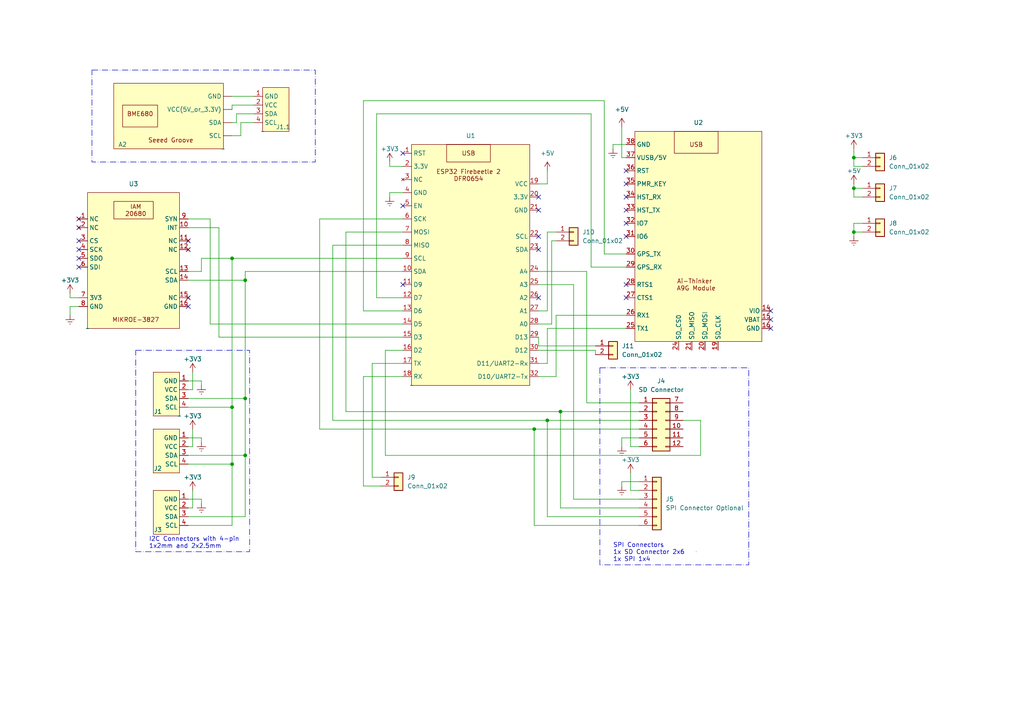
<source format=kicad_sch>
(kicad_sch (version 20230121) (generator eeschema)
  (paper "A4")
  (title_block (title "Schematic of the Data Logger") (date "2024-05-02") (rev "2") (company "Universidade de Aveiro") (comment 1 "Jorge Ribeiro"))
  (lib_symbols
    (symbol "Connector_Generic:Conn_01x02" (pin_names (offset 1.016) hide)
      (property "Reference" "J" (at 0 2.54 0))
      (property "Value" "Conn_01x02" (at 0 -5.08 0))
      (symbol "Conn_01x02_1_1"
        (rectangle (start -1.27 -2.413) (end 0 -2.667) (stroke (width 0.1524)))
        (rectangle (start -1.27 0.127) (end 0 -0.127) (stroke (width 0.1524)))
        (rectangle (start -1.27 1.27) (end 1.27 -3.81) (stroke (width 0.254)) (fill (type background)))
        (pin passive line (at -5.08 0 0) (length 3.81) (name "Pin_1") (number "1"))
        (pin passive line (at -5.08 -2.54 0) (length 3.81) (name "Pin_2") (number "2"))
      )
    )
    (symbol "Connector_Generic:Conn_01x06" (pin_names (offset 1.016) hide)
      (property "Reference" "J" (at 0 7.62 0))
      (property "Value" "Conn_01x06" (at 0 -10.16 0))
      (symbol "Conn_01x06_1_1"
        (rectangle (start -1.27 -7.493) (end 0 -7.747) (stroke (width 0.1524)))
        (rectangle (start -1.27 -4.953) (end 0 -5.207) (stroke (width 0.1524)))
        (rectangle (start -1.27 -2.413) (end 0 -2.667) (stroke (width 0.1524)))
        (rectangle (start -1.27 0.127) (end 0 -0.127) (stroke (width 0.1524)))
        (rectangle (start -1.27 2.667) (end 0 2.413) (stroke (width 0.1524)))
        (rectangle (start -1.27 5.207) (end 0 4.953) (stroke (width 0.1524)))
        (rectangle (start -1.27 6.35) (end 1.27 -8.89) (stroke (width 0.254)) (fill (type background)))
        (pin passive line (at -5.08 5.08 0) (length 3.81) (name "Pin_1") (number "1"))
        (pin passive line (at -5.08 2.54 0) (length 3.81) (name "Pin_2") (number "2"))
        (pin passive line (at -5.08 0 0) (length 3.81) (name "Pin_3") (number "3"))
        (pin passive line (at -5.08 -2.54 0) (length 3.81) (name "Pin_4") (number "4"))
        (pin passive line (at -5.08 -5.08 0) (length 3.81) (name "Pin_5") (number "5"))
        (pin passive line (at -5.08 -7.62 0) (length 3.81) (name "Pin_6") (number "6"))
      )
    )
    (symbol "Connector_Generic:Conn_02x06_Top_Bottom" (pin_names (offset 1.016) hide)
      (property "Reference" "J" (at 1.27 7.62 0))
      (property "Value" "Conn_02x06_Top_Bottom" (at 1.27 -10.16 0))
      (symbol "Conn_02x06_Top_Bottom_1_1"
        (rectangle (start -1.27 -7.493) (end 0 -7.747) (stroke (width 0.1524)))
        (rectangle (start -1.27 -4.953) (end 0 -5.207) (stroke (width 0.1524)))
        (rectangle (start -1.27 -2.413) (end 0 -2.667) (stroke (width 0.1524)))
        (rectangle (start -1.27 0.127) (end 0 -0.127) (stroke (width 0.1524)))
        (rectangle (start -1.27 2.667) (end 0 2.413) (stroke (width 0.1524)))
        (rectangle (start -1.27 5.207) (end 0 4.953) (stroke (width 0.1524)))
        (rectangle (start -1.27 6.35) (end 3.81 -8.89) (stroke (width 0.254)) (fill (type background)))
        (rectangle (start 3.81 -7.493) (end 2.54 -7.747) (stroke (width 0.1524)))
        (rectangle (start 3.81 -4.953) (end 2.54 -5.207) (stroke (width 0.1524)))
        (rectangle (start 3.81 -2.413) (end 2.54 -2.667) (stroke (width 0.1524)))
        (rectangle (start 3.81 0.127) (end 2.54 -0.127) (stroke (width 0.1524)))
        (rectangle (start 3.81 2.667) (end 2.54 2.413) (stroke (width 0.1524)))
        (rectangle (start 3.81 5.207) (end 2.54 4.953) (stroke (width 0.1524)))
        (pin passive line (at -5.08 5.08 0) (length 3.81) (name "Pin_1") (number "1"))
        (pin passive line (at 7.62 -2.54 180) (length 3.81) (name "Pin_10") (number "10"))
        (pin passive line (at 7.62 -5.08 180) (length 3.81) (name "Pin_11") (number "11"))
        (pin passive line (at 7.62 -7.62 180) (length 3.81) (name "Pin_12") (number "12"))
        (pin passive line (at -5.08 2.54 0) (length 3.81) (name "Pin_2") (number "2"))
        (pin passive line (at -5.08 0 0) (length 3.81) (name "Pin_3") (number "3"))
        (pin passive line (at -5.08 -2.54 0) (length 3.81) (name "Pin_4") (number "4"))
        (pin passive line (at -5.08 -5.08 0) (length 3.81) (name "Pin_5") (number "5"))
        (pin passive line (at -5.08 -7.62 0) (length 3.81) (name "Pin_6") (number "6"))
        (pin passive line (at 7.62 5.08 180) (length 3.81) (name "Pin_7") (number "7"))
        (pin passive line (at 7.62 2.54 180) (length 3.81) (name "Pin_8") (number "8"))
        (pin passive line (at 7.62 0 180) (length 3.81) (name "Pin_9") (number "9"))
      )
    )
    (symbol "Library_Jorge_Symbols:6DOF_IMU9Click"
      (property "Reference" "U" (at -2.54 1.27 0))
      (symbol "6DOF_IMU9Click_1_1"
        (rectangle (start 0 39.37) (end 26.67 0) (fill (type background)))
        (rectangle (start 7.62 36.83) (end 19.05 31.75))
        (text "IAM\n20680\n" (at 13.97 34.29 0) (effects (font (size 1.27 1.27))))
        (text "MIKROE-3827" (at 13.97 2.54 0) (effects (font (size 1.27 1.27))))
        (pin no_connect line (at -2.54 31.75 0) (length 2.54) (name "NC") (number "1"))
        (pin bidirectional line (at 29.21 29.21 180) (length 2.54) (name "INT") (number "10"))
        (pin no_connect line (at 29.21 25.4 180) (length 2.54) (name "NC") (number "11"))
        (pin no_connect line (at 29.21 22.86 180) (length 2.54) (name "NC") (number "12"))
        (pin bidirectional line (at 29.21 16.51 180) (length 2.54) (name "SCL") (number "13"))
        (pin bidirectional line (at 29.21 13.97 180) (length 2.54) (name "SDA") (number "14"))
        (pin no_connect line (at 29.21 8.89 180) (length 2.54) (name "NC") (number "15"))
        (pin power_out line (at 29.21 6.35 180) (length 2.54) (name "GND") (number "16"))
        (pin no_connect line (at -2.54 29.21 0) (length 2.54) (name "NC") (number "2"))
        (pin bidirectional line (at -2.54 25.4 0) (length 2.54) (name "CS") (number "3"))
        (pin bidirectional line (at -2.54 22.86 0) (length 2.54) (name "SCK") (number "4"))
        (pin bidirectional line (at -2.54 20.32 0) (length 2.54) (name "SDO") (number "5"))
        (pin bidirectional line (at -2.54 17.78 0) (length 2.54) (name "SDI") (number "6"))
        (pin power_in line (at -2.54 8.89 0) (length 2.54) (name "3V3") (number "7"))
        (pin power_out line (at -2.54 6.35 0) (length 2.54) (name "GND") (number "8"))
        (pin bidirectional line (at 29.21 31.75 180) (length 2.54) (name "SYN") (number "9"))
      )
    )
    (symbol "Library_Jorge_Symbols:A9G_Module"
      (property "Reference" "U" (at -19.05 13.97 0))
      (symbol "A9G_Module_1_1"
        (rectangle (start 0 60.96) (end 36.83 0) (fill (type background)))
        (rectangle (start 11.43 60.96) (end 24.13 54.61))
        (text "Ai-Thinker \nA9G Module" (at 17.78 16.51 0) (effects (font (size 1.27 1.27))))
        (text "USB\n" (at 17.78 57.15 0) (effects (font (size 1.27 1.27))))
        (pin bidirectional line (at 39.37 8.89 180) (length 2.54) (name "VIO") (number "14"))
        (pin bidirectional line (at 39.37 6.35 180) (length 2.54) (name "VBAT") (number "15"))
        (pin bidirectional line (at 39.37 3.81 180) (length 2.54) (name "GND") (number "16"))
        (pin bidirectional line (at 24.13 -2.54 90) (length 2.54) (name "SD_CLK") (number "19"))
        (pin bidirectional line (at 20.32 -2.54 90) (length 2.54) (name "SD_MOSI") (number "20"))
        (pin bidirectional line (at 16.51 -2.54 90) (length 2.54) (name "SD_MISO") (number "21"))
        (pin bidirectional line (at 12.7 -2.54 90) (length 2.54) (name "SD_CS0") (number "24"))
        (pin bidirectional line (at -2.54 3.81 0) (length 2.54) (name "TX1") (number "25"))
        (pin bidirectional line (at -2.54 7.62 0) (length 2.54) (name "RX1") (number "26"))
        (pin bidirectional line (at -2.54 12.7 0) (length 2.54) (name "CTS1") (number "27"))
        (pin bidirectional line (at -2.54 16.51 0) (length 2.54) (name "RTS1") (number "28"))
        (pin bidirectional line (at -2.54 21.59 0) (length 2.54) (name "GPS_RX") (number "29"))
        (pin bidirectional line (at -2.54 25.4 0) (length 2.54) (name "GPS_TX") (number "30"))
        (pin bidirectional line (at -2.54 30.48 0) (length 2.54) (name "IO6") (number "31"))
        (pin bidirectional line (at -2.54 34.29 0) (length 2.54) (name "IO7") (number "32"))
        (pin bidirectional line (at -2.54 38.1 0) (length 2.54) (name "HST_TX") (number "33"))
        (pin bidirectional line (at -2.54 41.91 0) (length 2.54) (name "HST_RX") (number "34"))
        (pin bidirectional line (at -2.54 45.72 0) (length 2.54) (name "PMR_KEY") (number "35"))
        (pin bidirectional line (at -2.54 49.53 0) (length 2.54) (name "RST") (number "36"))
        (pin bidirectional line (at -2.54 53.34 0) (length 2.54) (name "VUSB/5V") (number "37"))
        (pin bidirectional line (at -2.54 57.15 0) (length 2.54) (name "GND") (number "38"))
      )
    )
    (symbol "Library_Jorge_Symbols:EP 2.5 HDR, GLOW WIRE, 4P"
      (property "Reference" "U" (at 5.08 1.27 0))
      (symbol "EP 2.5 HDR, GLOW WIRE, 4P_1_1"
        (rectangle (start 0 12.7) (end 7.62 0) (fill (type background)))
        (pin power_out line (at -2.54 10.16 0) (length 2.54) (name "GND") (number "1"))
        (pin power_in line (at -2.54 7.62 0) (length 2.54) (name "VCC") (number "2"))
        (pin bidirectional line (at -2.54 5.08 0) (length 2.54) (name "SDA") (number "3"))
        (pin bidirectional line (at -2.54 2.54 0) (length 2.54) (name "SCL") (number "4"))
      )
    )
    (symbol "Library_Jorge_Symbols:ESP32 Firebeetle 2 (DFR0654)"
      (property "Reference" "U" (at -17.78 20.32 0))
      (symbol "ESP32 Firebeetle 2 (DFR0654)_0_1"
        (rectangle (start 10.16 69.85) (end 22.86 64.77))
      )
      (symbol "ESP32 Firebeetle 2 (DFR0654)_1_1"
        (rectangle (start 0 69.85) (end 34.29 0) (fill (type background)))
        (text "ESP32 Firebeetle 2\nDFR0654" (at 16.51 60.96 0) (effects (font (size 1.27 1.27))))
        (text "USB\n" (at 16.51 67.31 0) (effects (font (size 1.27 1.27))))
        (pin input line (at -2.54 67.31 0) (length 2.54) (name "RST") (number "1"))
        (pin bidirectional line (at -2.54 33.02 0) (length 2.54) (name "SDA") (number "10"))
        (pin bidirectional line (at -2.54 29.21 0) (length 2.54) (name "D9") (number "11"))
        (pin bidirectional line (at -2.54 25.4 0) (length 2.54) (name "D7") (number "12"))
        (pin bidirectional line (at -2.54 21.59 0) (length 2.54) (name "D6") (number "13"))
        (pin bidirectional line (at -2.54 17.78 0) (length 2.54) (name "D5") (number "14"))
        (pin bidirectional line (at -2.54 13.97 0) (length 2.54) (name "D3") (number "15"))
        (pin bidirectional line (at -2.54 10.16 0) (length 2.54) (name "D2") (number "16"))
        (pin bidirectional line (at -2.54 6.35 0) (length 2.54) (name "TX") (number "17"))
        (pin bidirectional line (at -2.54 2.54 0) (length 2.54) (name "RX") (number "18"))
        (pin power_out line (at 36.83 58.42 180) (length 2.54) (name "VCC") (number "19"))
        (pin power_out line (at -2.54 63.5 0) (length 2.54) (name "3.3V") (number "2"))
        (pin power_out line (at 36.83 54.61 180) (length 2.54) (name "3.3V") (number "20"))
        (pin power_in line (at 36.83 50.8 180) (length 2.54) (name "GND") (number "21"))
        (pin bidirectional line (at 36.83 43.18 180) (length 2.54) (name "SCL") (number "22"))
        (pin bidirectional line (at 36.83 39.37 180) (length 2.54) (name "SDA") (number "23"))
        (pin bidirectional line (at 36.83 33.02 180) (length 2.54) (name "A4") (number "24"))
        (pin bidirectional line (at 36.83 29.21 180) (length 2.54) (name "A3") (number "25"))
        (pin bidirectional line (at 36.83 25.4 180) (length 2.54) (name "A2") (number "26"))
        (pin bidirectional line (at 36.83 21.59 180) (length 2.54) (name "A1") (number "27"))
        (pin bidirectional line (at 36.83 17.78 180) (length 2.54) (name "A0") (number "28"))
        (pin bidirectional line (at 36.83 13.97 180) (length 2.54) (name "D13") (number "29"))
        (pin no_connect line (at -2.54 59.69 0) (length 2.54) (name "NC") (number "3"))
        (pin bidirectional line (at 36.83 10.16 180) (length 2.54) (name "D12") (number "30"))
        (pin bidirectional line (at 36.83 6.35 180) (length 2.54) (name "D11/UART2-Rx") (number "31"))
        (pin bidirectional line (at 36.83 2.54 180) (length 2.54) (name "D10/UART2-Tx") (number "32"))
        (pin power_in line (at -2.54 55.88 0) (length 2.54) (name "GND") (number "4"))
        (pin bidirectional line (at -2.54 52.07 0) (length 2.54) (name "EN") (number "5"))
        (pin bidirectional line (at -2.54 48.26 0) (length 2.54) (name "SCK") (number "6"))
        (pin bidirectional line (at -2.54 44.45 0) (length 2.54) (name "MOSI") (number "7"))
        (pin bidirectional line (at -2.54 40.64 0) (length 2.54) (name "MISO") (number "8"))
        (pin bidirectional line (at -2.54 36.83 0) (length 2.54) (name "SCL") (number "9"))
      )
    )
    (symbol "Library_Jorge_Symbols:Groove_Connector"
      (property "Reference" "U" (at 5.08 1.27 0))
      (symbol "Groove_Connector_1_1"
        (rectangle (start 0 12.7) (end 7.62 0) (fill (type background)))
        (pin power_out line (at -2.54 10.16 0) (length 2.54) (name "GND") (number "1"))
        (pin power_in line (at -2.54 7.62 0) (length 2.54) (name "VCC") (number "2"))
        (pin bidirectional line (at -2.54 5.08 0) (length 2.54) (name "SDA") (number "3"))
        (pin bidirectional line (at -2.54 2.54 0) (length 2.54) (name "SCL") (number "4"))
      )
    )
    (symbol "Library_Jorge_Symbols:Seeed_Grove_(BME680)"
      (property "Reference" "U" (at 7.62 2.54 0))
      (symbol "Seeed_Grove_(BME680)_1_1"
        (rectangle (start 0 19.05) (end 31.75 0) (fill (type background)))
        (rectangle (start 19.05 12.7) (end 29.21 6.35))
        (text "BME680\n" (at 24.13 10.16 0) (effects (font (size 1.27 1.27))))
        (text "Seeed Groove" (at 15.24 2.54 0) (effects (font (size 1.27 1.27))))
        (pin bidirectional line (at -2.54 15.24 0) (length 2.54) (name "GND") (number ""))
        (pin bidirectional line (at -2.54 3.81 0) (length 2.54) (name "SCL") (number ""))
        (pin bidirectional line (at -2.54 7.62 0) (length 2.54) (name "SDA") (number ""))
        (pin bidirectional line (at -2.54 11.43 0) (length 2.54) (name "VCC(5V_or_3.3V)") (number ""))
      )
    )
    (symbol "power:+3V3" (power) (pin_names (offset 0))
      (property "Value" "+3V3" (at 0 3.556 0))
      (symbol "+3V3_0_1"
        (polyline (pts (xy -0.762 1.27) (xy 0 2.54)))
        (polyline (pts (xy 0 0) (xy 0 2.54)))
        (polyline (pts (xy 0 2.54) (xy 0.762 1.27)))
      )
      (symbol "+3V3_1_1"
        (pin power_in line (at 0 0 90) (length 0) hide (name "+3V3") (number "1"))
      )
    )
    (symbol "power:+5V" (power) (pin_names (offset 0))
      (property "Value" "+5V" (at 0 3.556 0))
      (symbol "+5V_0_1"
        (polyline (pts (xy -0.762 1.27) (xy 0 2.54)))
        (polyline (pts (xy 0 0) (xy 0 2.54)))
        (polyline (pts (xy 0 2.54) (xy 0.762 1.27)))
      )
      (symbol "+5V_1_1"
        (pin power_in line (at 0 0 90) (length 0) hide (name "+5V") (number "1"))
      )
    )
    (symbol "power:Earth" (power) (pin_names (offset 0))
      (symbol "Earth_0_1"
        (polyline (pts (xy -0.635 -1.905) (xy 0.635 -1.905)))
        (polyline (pts (xy -0.127 -2.54) (xy 0.127 -2.54)))
        (polyline (pts (xy 0 -1.27) (xy 0 0)))
        (polyline (pts (xy 1.27 -1.27) (xy -1.27 -1.27)))
      )
      (symbol "Earth_1_1"
        (pin power_in line (at 0 0 270) (length 0) hide (name "Earth") (number "1"))
      )
    )
  )
  (junction (at 154.94 124.46))
  (junction (at 158.75 121.92))
  (junction (at 247.65 54.61))
  (junction (at 67.31 118.11))
  (junction (at 71.12 81.28))
  (junction (at 67.31 74.93))
  (junction (at 71.12 115.57))
  (junction (at 247.65 67.31))
  (junction (at 247.65 45.72))
  (junction (at 67.31 134.62))
  (junction (at 162.56 119.38))
  (junction (at 71.12 132.08))
  (no_connect (at 22.86 66.04))
  (no_connect (at 223.52 95.25))
  (no_connect (at 156.21 72.39))
  (no_connect (at 54.61 88.9))
  (no_connect (at 54.61 72.39))
  (no_connect (at 181.61 60.96))
  (no_connect (at 223.52 92.71))
  (no_connect (at 181.61 49.53))
  (no_connect (at 116.84 44.45))
  (no_connect (at 181.61 86.36))
  (no_connect (at 181.61 68.58))
  (no_connect (at 116.84 59.69))
  (no_connect (at 54.61 69.85))
  (no_connect (at 223.52 90.17))
  (no_connect (at 22.86 63.5))
  (no_connect (at 22.86 74.93))
  (no_connect (at 156.21 68.58))
  (no_connect (at 22.86 69.85))
  (no_connect (at 181.61 64.77))
  (no_connect (at 156.21 57.15))
  (no_connect (at 181.61 82.55))
  (no_connect (at 181.61 53.34))
  (no_connect (at 54.61 86.36))
  (no_connect (at 22.86 77.47))
  (no_connect (at 181.61 57.15))
  (no_connect (at 22.86 72.39))
  (no_connect (at 116.84 82.55))
  (no_connect (at 156.21 60.96))
  (no_connect (at 156.21 86.36))
  (wire (pts (xy 113.03 48.26) (xy 113.03 46.99)))
  (wire (pts (xy 71.12 81.28) (xy 71.12 115.57)))
  (wire (pts (xy 55.88 129.54) (xy 54.61 129.54)))
  (wire (pts (xy 100.33 67.31) (xy 100.33 119.38)))
  (wire (pts (xy 175.26 29.21) (xy 175.26 73.66)))
  (wire (pts (xy 71.12 149.86) (xy 54.61 149.86)))
  (wire (pts (xy 63.5 66.04) (xy 63.5 97.79)))
  (wire (pts (xy 156.21 109.22) (xy 161.29 109.22)))
  (wire (pts (xy 92.71 124.46) (xy 154.94 124.46)))
  (wire (pts (xy 116.84 78.74) (xy 71.12 78.74)))
  (wire (pts (xy 109.22 33.02) (xy 109.22 86.36)))
  (wire (pts (xy 67.31 134.62) (xy 67.31 152.4)))
  (wire (pts (xy 181.61 41.91) (xy 177.8 41.91)))
  (wire (pts (xy 158.75 90.17) (xy 158.75 67.31)))
  (wire (pts (xy 180.34 139.7) (xy 180.34 140.97)))
  (wire (pts (xy 247.65 64.77) (xy 247.65 67.31)))
  (wire (pts (xy 55.88 147.32) (xy 54.61 147.32)))
  (wire (pts (xy 105.41 29.21) (xy 175.26 29.21)))
  (wire (pts (xy 54.61 144.78) (xy 58.42 144.78)))
  (wire (pts (xy 116.84 67.31) (xy 100.33 67.31)))
  (wire (pts (xy 162.56 119.38) (xy 185.42 119.38)))
  (wire (pts (xy 67.31 30.48) (xy 67.31 31.75)))
  (wire (pts (xy 73.66 35.56) (xy 69.85 35.56)))
  (wire (pts (xy 100.33 119.38) (xy 162.56 119.38)))
  (wire (pts (xy 58.42 144.78) (xy 58.42 146.05)))
  (wire (pts (xy 105.41 90.17) (xy 116.84 90.17)))
  (wire (pts (xy 67.31 74.93) (xy 67.31 118.11)))
  (wire (pts (xy 171.45 33.02) (xy 109.22 33.02)))
  (wire (pts (xy 54.61 110.49) (xy 58.42 110.49)))
  (wire (pts (xy 203.2 132.08) (xy 203.2 121.92)))
  (wire (pts (xy 116.84 101.6) (xy 111.76 101.6)))
  (wire (pts (xy 105.41 109.22) (xy 116.84 109.22)))
  (wire (pts (xy 107.95 138.43) (xy 110.49 138.43)))
  (wire (pts (xy 185.42 149.86) (xy 158.75 149.86)))
  (wire (pts (xy 250.19 67.31) (xy 247.65 67.31)))
  (wire (pts (xy 185.42 147.32) (xy 162.56 147.32)))
  (wire (pts (xy 105.41 29.21) (xy 105.41 90.17)))
  (wire (pts (xy 110.49 140.97) (xy 105.41 140.97)))
  (wire (pts (xy 185.42 152.4) (xy 154.94 152.4)))
  (wire (pts (xy 185.42 127) (xy 180.34 127)))
  (wire (pts (xy 20.32 86.36) (xy 22.86 86.36)))
  (wire (pts (xy 250.19 57.15) (xy 247.65 57.15)))
  (wire (pts (xy 67.31 27.94) (xy 73.66 27.94)))
  (wire (pts (xy 55.88 107.95) (xy 55.88 113.03)))
  (wire (pts (xy 158.75 121.92) (xy 185.42 121.92)))
  (wire (pts (xy 175.26 73.66) (xy 181.61 73.66)))
  (wire (pts (xy 73.66 30.48) (xy 67.31 30.48)))
  (wire (pts (xy 156.21 101.6) (xy 172.72 101.6)))
  (wire (pts (xy 116.84 71.12) (xy 96.52 71.12)))
  (wire (pts (xy 185.42 129.54) (xy 182.88 129.54)))
  (wire (pts (xy 170.18 78.74) (xy 170.18 116.84)))
  (wire (pts (xy 20.32 88.9) (xy 22.86 88.9)))
  (wire (pts (xy 247.65 54.61) (xy 247.65 53.34)))
  (wire (pts (xy 182.88 137.16) (xy 182.88 142.24)))
  (wire (pts (xy 116.84 48.26) (xy 113.03 48.26)))
  (wire (pts (xy 156.21 97.79) (xy 156.21 100.33)))
  (wire (pts (xy 156.21 53.34) (xy 158.75 53.34)))
  (wire (pts (xy 158.75 95.25) (xy 181.61 95.25)))
  (wire (pts (xy 170.18 116.84) (xy 185.42 116.84)))
  (wire (pts (xy 20.32 86.36) (xy 20.32 85.09)))
  (wire (pts (xy 166.37 144.78) (xy 185.42 144.78)))
  (wire (pts (xy 54.61 134.62) (xy 67.31 134.62)))
  (wire (pts (xy 154.94 152.4) (xy 154.94 124.46)))
  (wire (pts (xy 96.52 71.12) (xy 96.52 121.92)))
  (wire (pts (xy 68.58 35.56) (xy 67.31 35.56)))
  (wire (pts (xy 116.84 105.41) (xy 107.95 105.41)))
  (wire (pts (xy 247.65 67.31) (xy 247.65 68.58)))
  (wire (pts (xy 156.21 93.98) (xy 160.02 93.98)))
  (wire (pts (xy 247.65 57.15) (xy 247.65 54.61)))
  (wire (pts (xy 54.61 127) (xy 58.42 127)))
  (wire (pts (xy 96.52 121.92) (xy 158.75 121.92)))
  (wire (pts (xy 156.21 100.33) (xy 172.72 100.33)))
  (wire (pts (xy 158.75 105.41) (xy 158.75 95.25)))
  (wire (pts (xy 54.61 81.28) (xy 71.12 81.28)))
  (wire (pts (xy 180.34 139.7) (xy 185.42 139.7)))
  (wire (pts (xy 156.21 105.41) (xy 158.75 105.41)))
  (wire (pts (xy 54.61 118.11) (xy 67.31 118.11)))
  (wire (pts (xy 158.75 67.31) (xy 161.29 67.31)))
  (wire (pts (xy 69.85 35.56) (xy 69.85 39.37)))
  (wire (pts (xy 172.72 101.6) (xy 172.72 102.87)))
  (wire (pts (xy 109.22 86.36) (xy 116.84 86.36)))
  (wire (pts (xy 58.42 110.49) (xy 58.42 111.76)))
  (wire (pts (xy 161.29 91.44) (xy 181.61 91.44)))
  (wire (pts (xy 247.65 48.26) (xy 247.65 45.72)))
  (wire (pts (xy 55.88 142.24) (xy 55.88 147.32)))
  (wire (pts (xy 55.88 113.03) (xy 54.61 113.03)))
  (wire (pts (xy 20.32 88.9) (xy 20.32 91.44)))
  (wire (pts (xy 67.31 118.11) (xy 67.31 134.62)))
  (wire (pts (xy 60.96 63.5) (xy 60.96 93.98)))
  (wire (pts (xy 180.34 45.72) (xy 181.61 45.72)))
  (wire (pts (xy 60.96 93.98) (xy 116.84 93.98)))
  (wire (pts (xy 68.58 33.02) (xy 68.58 35.56)))
  (wire (pts (xy 158.75 53.34) (xy 158.75 49.53)))
  (wire (pts (xy 71.12 78.74) (xy 71.12 81.28)))
  (wire (pts (xy 156.21 82.55) (xy 166.37 82.55)))
  (wire (pts (xy 58.42 74.93) (xy 67.31 74.93)))
  (wire (pts (xy 247.65 45.72) (xy 250.19 45.72)))
  (wire (pts (xy 71.12 132.08) (xy 71.12 149.86)))
  (wire (pts (xy 58.42 127) (xy 58.42 128.27)))
  (wire (pts (xy 180.34 36.83) (xy 180.34 45.72)))
  (wire (pts (xy 156.21 90.17) (xy 158.75 90.17)))
  (wire (pts (xy 111.76 132.08) (xy 203.2 132.08)))
  (wire (pts (xy 73.66 33.02) (xy 68.58 33.02)))
  (wire (pts (xy 162.56 147.32) (xy 162.56 119.38)))
  (wire (pts (xy 54.61 78.74) (xy 58.42 78.74)))
  (wire (pts (xy 181.61 77.47) (xy 171.45 77.47)))
  (wire (pts (xy 203.2 121.92) (xy 198.12 121.92)))
  (wire (pts (xy 156.21 78.74) (xy 170.18 78.74)))
  (wire (pts (xy 54.61 66.04) (xy 63.5 66.04)))
  (wire (pts (xy 67.31 152.4) (xy 54.61 152.4)))
  (wire (pts (xy 250.19 64.77) (xy 247.65 64.77)))
  (wire (pts (xy 250.19 48.26) (xy 247.65 48.26)))
  (wire (pts (xy 92.71 63.5) (xy 92.71 124.46)))
  (wire (pts (xy 116.84 74.93) (xy 67.31 74.93)))
  (wire (pts (xy 113.03 55.88) (xy 113.03 57.15)))
  (wire (pts (xy 54.61 132.08) (xy 71.12 132.08)))
  (wire (pts (xy 107.95 105.41) (xy 107.95 138.43)))
  (wire (pts (xy 180.34 127) (xy 180.34 129.54)))
  (wire (pts (xy 182.88 129.54) (xy 182.88 113.03)))
  (wire (pts (xy 154.94 124.46) (xy 185.42 124.46)))
  (wire (pts (xy 71.12 115.57) (xy 71.12 132.08)))
  (wire (pts (xy 105.41 140.97) (xy 105.41 109.22)))
  (wire (pts (xy 69.85 39.37) (xy 67.31 39.37)))
  (wire (pts (xy 54.61 115.57) (xy 71.12 115.57)))
  (wire (pts (xy 247.65 45.72) (xy 247.65 43.18)))
  (wire (pts (xy 182.88 142.24) (xy 185.42 142.24)))
  (wire (pts (xy 116.84 55.88) (xy 113.03 55.88)))
  (wire (pts (xy 111.76 101.6) (xy 111.76 132.08)))
  (wire (pts (xy 54.61 63.5) (xy 60.96 63.5)))
  (wire (pts (xy 58.42 78.74) (xy 58.42 74.93)))
  (wire (pts (xy 116.84 63.5) (xy 92.71 63.5)))
  (wire (pts (xy 55.88 124.46) (xy 55.88 129.54)))
  (wire (pts (xy 63.5 97.79) (xy 116.84 97.79)))
  (wire (pts (xy 158.75 149.86) (xy 158.75 121.92)))
  (wire (pts (xy 160.02 93.98) (xy 160.02 69.85)))
  (wire (pts (xy 177.8 41.91) (xy 177.8 43.18)))
  (wire (pts (xy 161.29 109.22) (xy 161.29 91.44)))
  (wire (pts (xy 160.02 69.85) (xy 161.29 69.85)))
  (wire (pts (xy 171.45 77.47) (xy 171.45 33.02)))
  (wire (pts (xy 250.19 54.61) (xy 247.65 54.61)))
  (wire (pts (xy 166.37 82.55) (xy 166.37 144.78)))
  (rectangle (start 201.93 160.02) (end 201.93 160.02))
  (rectangle (start 39.37 101.6) (end 72.39 160.02) (stroke (width 0) (type dash_dot)))
  (rectangle (start 173.99 106.68) (end 217.17 163.83) (stroke (width 0) (type dash_dot)))
  (rectangle (start 26.67 20.32) (end 91.44 46.99) (stroke (width 0) (type dash_dot)))
  (text "SPI Connectors\n1x SD Connector 2x6\n1x SPI 1x4\n\n" (at 177.8 165.1 0) (effects (font (size 1.27 1.27)) (justify left bottom)))
  (text "I2C Connectors with 4-pin \n1x2mm and 2x2.5mm\n\n" (at 43.18 161.29 0) (effects (font (size 1.27 1.27)) (justify left bottom)))
  (symbol (lib_id "Connector_Generic:Conn_01x02") (at 177.8 100.33 0) (unit 1)
    (property "Reference" "J11" (at 180.34 100.33 0) (effects (justify left)))
    (property "Value" "Conn_01x02" (at 180.34 102.87 0) (effects (justify left)))
    (property "Footprint" "Library_Jorge:extraconnectors_1x02_P2.54mm" (effects hide))
  )
  (symbol (lib_id "Library_Jorge_Symbols:EP 2.5 HDR, GLOW WIRE, 4P") (at 52.07 154.94 0) (mirror y) (unit 1)
    (property "Reference" "J3" (at 46.99 153.67 0) (effects (justify left)))
    (property "Footprint" "Library_Jorge:TE_1744418-4" (effects hide))
  )
  (symbol (lib_id "Library_Jorge_Symbols:Seeed_Grove_(BME680)") (at 64.77 43.18 0) (mirror y) (unit 1) (in_bom no) (on_board no)
    (property "Reference" "A2" (at 36.83 41.91 0) (effects (justify left)))
    (property "Value" "~" (at 64.77 43.18 0))
    (property "Sim.Enable" "0" (effects hide))
  )
  (symbol (lib_id "Connector_Generic:Conn_01x06") (at 190.5 144.78 0) (unit 1)
    (property "Reference" "J5" (at 193.04 144.78 0) (effects (justify left)))
    (property "Value" "SPI Connector Optional" (at 193.04 147.32 0) (effects (justify left)))
    (property "Footprint" "Library_Jorge:TE_1744418-6" (effects hide))
  )
  (symbol (lib_id "power:+3V3") (at 182.88 113.03 0) (unit 1)
    (property "Reference" "#PWR07" (effects hide))
    (property "Value" "+3V3" (at 182.88 109.22 0))
  )
  (symbol (lib_id "power:Earth") (at 247.65 68.58 0) (unit 1)
    (property "Reference" "#PWR020" (effects hide))
    (property "Value" "Earth" (effects hide))
  )
  (symbol (lib_id "power:Earth") (at 180.34 140.97 0) (unit 1)
    (property "Reference" "#PWR08" (effects hide))
    (property "Value" "Earth" (effects hide))
  )
  (symbol (lib_id "Connector_Generic:Conn_01x02") (at 255.27 45.72 0) (unit 1)
    (property "Reference" "J6" (at 257.81 45.72 0) (effects (justify left)))
    (property "Value" "Conn_01x02" (at 257.81 48.26 0) (effects (justify left)))
    (property "Footprint" "Library_Jorge:extraconnectors_1x02_P2.54mm" (effects hide))
  )
  (symbol (lib_id "Library_Jorge_Symbols:Groove_Connector") (at 52.07 120.65 0) (mirror y) (unit 1)
    (property "Reference" "J1" (at 46.99 119.38 0) (effects (justify left)))
    (property "Value" "~" (at 52.07 120.65 0))
    (property "Footprint" "Library_Jorge:GrooveConnector_1" (effects hide))
  )
  (symbol (lib_id "power:+5V") (at 180.34 36.83 0) (unit 1)
    (property "Reference" "#PWR02" (effects hide))
    (property "Value" "+5V" (at 180.34 31.75 0))
  )
  (symbol (lib_id "Library_Jorge_Symbols:EP 2.5 HDR, GLOW WIRE, 4P") (at 52.07 137.16 0) (mirror y) (unit 1)
    (property "Reference" "J2" (at 46.99 135.89 0) (effects (justify left)))
    (property "Footprint" "Library_Jorge:TE_1744418-4" (effects hide))
  )
  (symbol (lib_id "power:+3V3") (at 113.03 46.99 0) (unit 1)
    (property "Reference" "#PWR06" (effects hide))
    (property "Value" "+3V3" (at 113.03 43.18 0))
  )
  (symbol (lib_id "power:+3V3") (at 247.65 43.18 0) (unit 1)
    (property "Reference" "#PWR018" (effects hide))
    (property "Value" "+3V3" (at 247.65 39.37 0))
  )
  (symbol (lib_id "power:+3V3") (at 55.88 124.46 0) (unit 1)
    (property "Reference" "#PWR012" (effects hide))
    (property "Value" "+3V3" (at 55.88 120.65 0))
  )
  (symbol (lib_id "Library_Jorge_Symbols:A9G_Module") (at 184.15 99.06 0) (unit 1)
    (property "Reference" "U2" (at 202.565 35.56 0))
    (property "Footprint" "Library_Jorge:A9G-Kit" (effects hide))
  )
  (symbol (lib_id "power:Earth") (at 20.32 91.44 0) (unit 1)
    (property "Reference" "#PWR010" (effects hide))
    (property "Value" "Earth" (effects hide))
  )
  (symbol (lib_id "power:Earth") (at 177.8 43.18 0) (unit 1)
    (property "Reference" "#PWR09" (effects hide))
    (property "Value" "Earth" (effects hide))
  )
  (symbol (lib_id "power:Earth") (at 180.34 129.54 0) (unit 1)
    (property "Reference" "#PWR016" (effects hide))
    (property "Value" "Earth" (effects hide))
  )
  (symbol (lib_id "power:Earth") (at 58.42 111.76 0) (unit 1)
    (property "Reference" "#PWR03" (effects hide))
    (property "Value" "Earth" (effects hide))
  )
  (symbol (lib_id "Connector_Generic:Conn_01x02") (at 255.27 64.77 0) (unit 1)
    (property "Reference" "J8" (at 257.81 64.77 0) (effects (justify left)))
    (property "Value" "Conn_01x02" (at 257.81 67.31 0) (effects (justify left)))
    (property "Footprint" "Library_Jorge:extraconnectors_1x02_P2.54mm" (effects hide))
  )
  (symbol (lib_id "Connector_Generic:Conn_01x02") (at 115.57 138.43 0) (unit 1)
    (property "Reference" "J9" (at 118.11 138.43 0) (effects (justify left)))
    (property "Value" "Conn_01x02" (at 118.11 140.97 0) (effects (justify left)))
    (property "Footprint" "Library_Jorge:extraconnectors_1x02_P2.54mm" (effects hide))
  )
  (symbol (lib_id "Library_Jorge_Symbols:Groove_Connector") (at 76.2 38.1 0) (unit 1) (in_bom no) (on_board no)
    (property "Reference" "J1.1" (at 80.01 36.83 0) (effects (justify left)))
    (property "Value" "~" (at 76.2 38.1 0))
    (property "Sim.Enable" "0" (effects hide))
  )
  (symbol (lib_id "power:+3V3") (at 20.32 85.09 0) (unit 1)
    (property "Reference" "#PWR05" (effects hide))
    (property "Value" "+3V3" (at 20.32 81.28 0))
  )
  (symbol (lib_id "Connector_Generic:Conn_01x02") (at 255.27 54.61 0) (unit 1)
    (property "Reference" "J7" (at 257.81 54.61 0) (effects (justify left)))
    (property "Value" "Conn_01x02" (at 257.81 57.15 0) (effects (justify left)))
    (property "Footprint" "Library_Jorge:extraconnectors_1x02_P2.54mm" (effects hide))
  )
  (symbol (lib_id "power:Earth") (at 58.42 128.27 0) (unit 1)
    (property "Reference" "#PWR013" (effects hide))
    (property "Value" "Earth" (effects hide))
  )
  (symbol (lib_id "power:+3V3") (at 55.88 107.95 0) (unit 1)
    (property "Reference" "#PWR04" (effects hide))
    (property "Value" "+3V3" (at 55.88 104.14 0))
  )
  (symbol (lib_id "Library_Jorge_Symbols:6DOF_IMU9Click") (at 25.4 95.25 0) (unit 1)
    (property "Reference" "U3" (at 38.735 53.34 0))
    (property "Value" "~" (at 25.4 95.25 0))
    (property "Footprint" "Library_Jorge:MIKROE-3827" (effects hide))
  )
  (symbol (lib_id "power:+5V") (at 247.65 53.34 0) (unit 1)
    (property "Reference" "#PWR019" (effects hide))
    (property "Value" "+5V" (at 247.65 49.53 0))
  )
  (symbol (lib_id "power:+3V3") (at 182.88 137.16 0) (unit 1)
    (property "Reference" "#PWR017" (effects hide))
    (property "Value" "+3V3" (at 182.88 133.35 0))
  )
  (symbol (lib_id "Connector_Generic:Conn_02x06_Top_Bottom") (at 190.5 121.92 0) (unit 1)
    (property "Reference" "J4" (at 191.77 110.49 0))
    (property "Value" "SD Connector" (at 191.77 113.03 0))
    (property "Footprint" "Library_Jorge:PinHeader_2x06_P2.54mm_Vertical" (effects hide))
  )
  (symbol (lib_id "power:+3V3") (at 55.88 142.24 0) (unit 1)
    (property "Reference" "#PWR014" (effects hide))
    (property "Value" "+3V3" (at 55.88 138.43 0))
  )
  (symbol (lib_id "power:Earth") (at 58.42 146.05 0) (unit 1)
    (property "Reference" "#PWR015" (effects hide))
    (property "Value" "Earth" (effects hide))
  )
  (symbol (lib_id "Library_Jorge_Symbols:ESP32 Firebeetle 2 (DFR0654)") (at 119.38 111.76 0) (unit 1)
    (property "Reference" "U1" (at 136.525 39.37 0))
    (property "Value" "~" (at 119.38 111.76 0))
    (property "Footprint" "Library_Jorge:MODULE_DFR0654" (effects hide))
  )
  (symbol (lib_id "power:+5V") (at 158.75 49.53 0) (unit 1)
    (property "Reference" "#PWR01" (effects hide))
    (property "Value" "+5V" (at 158.75 44.45 0))
  )
  (symbol (lib_id "Connector_Generic:Conn_01x02") (at 166.37 67.31 0) (unit 1)
    (property "Reference" "J10" (at 168.91 67.31 0) (effects (justify left)))
    (property "Value" "Conn_01x02" (at 168.91 69.85 0) (effects (justify left)))
    (property "Footprint" "Library_Jorge:extraconnectors_1x02_P2.54mm" (effects hide))
  )
  (symbol (lib_id "power:Earth") (at 113.03 57.15 0) (unit 1)
    (property "Reference" "#PWR011" (effects hide))
    (property "Value" "Earth" (effects hide))
  )
)
</source>
